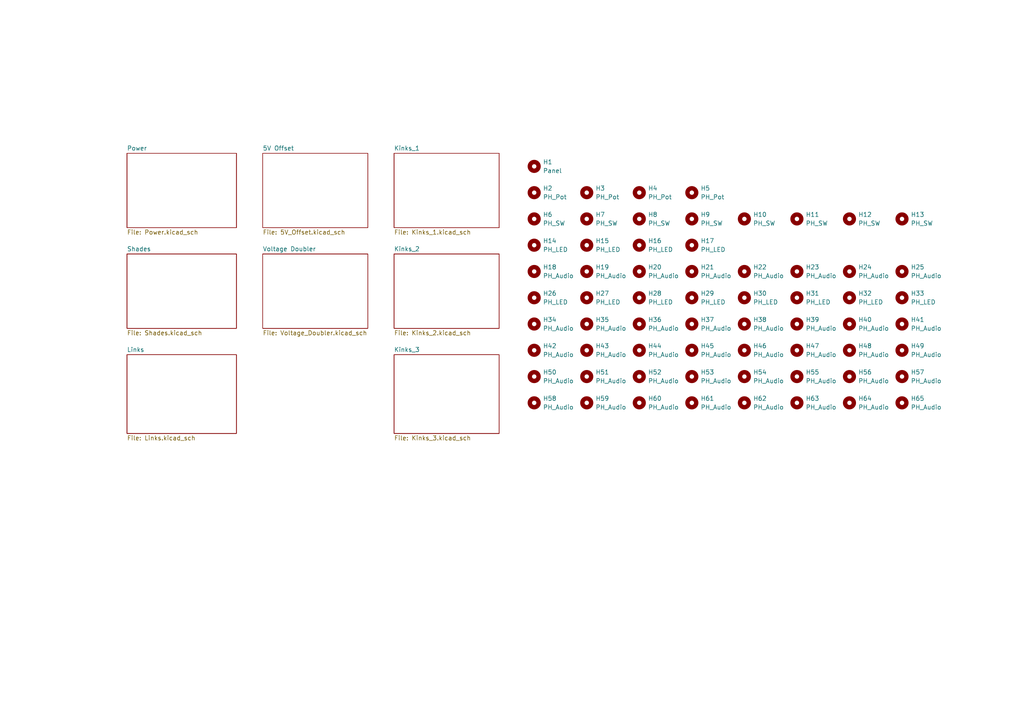
<source format=kicad_sch>
(kicad_sch (version 20231120) (generator "eeschema") (generator_version "8.0")
  (paper "A4")
  (title_block (title "Toolbox") (date "2025-03-23") (rev "1.0") (company "StudioKAT") (comment 1 "Inspired by Mutable Instruments Shades/Links/Kinks"))
  (lib_symbols
    (symbol "Mechanical:MountingHole" (pin_names (offset 1.016)) (exclude_from_sim yes) (in_bom no)
      (property "Reference" "H" (at 0 5.08 0))
      (property "Value" "MountingHole" (at 0 3.175 0))
      (symbol "MountingHole_0_1"
        (circle (center 0 0) (radius 1.27) (stroke (width 1.27)))
      )
    )
  )
  (symbol (lib_id "Mechanical:MountingHole") (at 231.14 101.6 0) (unit 1) (exclude_from_sim yes) (in_bom no)
    (property "Reference" "H47" (at 233.68 100.3299 0) (effects (justify left)))
    (property "Value" "PH_Audio" (at 233.68 102.8699 0) (effects (justify left)))
    (property "Footprint" "kat_eurorack:PH_AudioJack_3.5mm" (effects (hide yes)))
    (property "Description" "Mounting Hole without connection" (effects (hide yes)))
  )
  (symbol (lib_id "Mechanical:MountingHole") (at 170.18 55.88 0) (unit 1) (exclude_from_sim yes) (in_bom no)
    (property "Reference" "H3" (at 172.72 54.6099 0) (effects (justify left)))
    (property "Value" "PH_Pot" (at 172.72 57.1499 0) (effects (justify left)))
    (property "Footprint" "kat_eurorack:PH_RK097_15mmKnob_BI_UNI" (effects (hide yes)))
    (property "Description" "Mounting Hole without connection" (effects (hide yes)))
  )
  (symbol (lib_id "Mechanical:MountingHole") (at 200.66 109.22 0) (unit 1) (exclude_from_sim yes) (in_bom no)
    (property "Reference" "H53" (at 203.2 107.9499 0) (effects (justify left)))
    (property "Value" "PH_Audio" (at 203.2 110.4899 0) (effects (justify left)))
    (property "Footprint" "kat_eurorack:PH_AudioJack_3.5mm" (effects (hide yes)))
    (property "Description" "Mounting Hole without connection" (effects (hide yes)))
  )
  (symbol (lib_id "Mechanical:MountingHole") (at 154.94 109.22 0) (unit 1) (exclude_from_sim yes) (in_bom no)
    (property "Reference" "H50" (at 157.48 107.9499 0) (effects (justify left)))
    (property "Value" "PH_Audio" (at 157.48 110.4899 0) (effects (justify left)))
    (property "Footprint" "kat_eurorack:PH_AudioJack_3.5mm" (effects (hide yes)))
    (property "Description" "Mounting Hole without connection" (effects (hide yes)))
  )
  (symbol (lib_id "Mechanical:MountingHole") (at 200.66 63.5 0) (unit 1) (exclude_from_sim yes) (in_bom no)
    (property "Reference" "H9" (at 203.2 62.2299 0) (effects (justify left)))
    (property "Value" "PH_SW" (at 203.2 64.7699 0) (effects (justify left)))
    (property "Footprint" "kat_eurorack:PH_ToggleSwitch_5.1mm" (effects (hide yes)))
    (property "Description" "Mounting Hole without connection" (effects (hide yes)))
  )
  (symbol (lib_id "Mechanical:MountingHole") (at 215.9 109.22 0) (unit 1) (exclude_from_sim yes) (in_bom no)
    (property "Reference" "H54" (at 218.44 107.9499 0) (effects (justify left)))
    (property "Value" "PH_Audio" (at 218.44 110.4899 0) (effects (justify left)))
    (property "Footprint" "kat_eurorack:PH_AudioJack_3.5mm" (effects (hide yes)))
    (property "Description" "Mounting Hole without connection" (effects (hide yes)))
  )
  (symbol (lib_id "Mechanical:MountingHole") (at 185.42 71.12 0) (unit 1) (exclude_from_sim yes) (in_bom no)
    (property "Reference" "H16" (at 187.96 69.8499 0) (effects (justify left)))
    (property "Value" "PH_LED" (at 187.96 72.3899 0) (effects (justify left)))
    (property "Footprint" "kat_eurorack:PH_LED_3.0mm" (effects (hide yes)))
    (property "Description" "Mounting Hole without connection" (effects (hide yes)))
  )
  (symbol (lib_id "Mechanical:MountingHole") (at 170.18 93.98 0) (unit 1) (exclude_from_sim yes) (in_bom no)
    (property "Reference" "H35" (at 172.72 92.7099 0) (effects (justify left)))
    (property "Value" "PH_Audio" (at 172.72 95.2499 0) (effects (justify left)))
    (property "Footprint" "kat_eurorack:PH_AudioJack_3.5mm" (effects (hide yes)))
    (property "Description" "Mounting Hole without connection" (effects (hide yes)))
  )
  (symbol (lib_id "Mechanical:MountingHole") (at 231.14 63.5 0) (unit 1) (exclude_from_sim yes) (in_bom no)
    (property "Reference" "H11" (at 233.68 62.2299 0) (effects (justify left)))
    (property "Value" "PH_SW" (at 233.68 64.7699 0) (effects (justify left)))
    (property "Footprint" "kat_eurorack:PH_ToggleSwitch_5.1mm" (effects (hide yes)))
    (property "Description" "Mounting Hole without connection" (effects (hide yes)))
  )
  (symbol (lib_id "Mechanical:MountingHole") (at 261.62 109.22 0) (unit 1) (exclude_from_sim yes) (in_bom no)
    (property "Reference" "H57" (at 264.16 107.9499 0) (effects (justify left)))
    (property "Value" "PH_Audio" (at 264.16 110.4899 0) (effects (justify left)))
    (property "Footprint" "kat_eurorack:PH_AudioJack_3.5mm" (effects (hide yes)))
    (property "Description" "Mounting Hole without connection" (effects (hide yes)))
  )
  (symbol (lib_id "Mechanical:MountingHole") (at 170.18 71.12 0) (unit 1) (exclude_from_sim yes) (in_bom no)
    (property "Reference" "H15" (at 172.72 69.8499 0) (effects (justify left)))
    (property "Value" "PH_LED" (at 172.72 72.3899 0) (effects (justify left)))
    (property "Footprint" "kat_eurorack:PH_LED_3.0mm" (effects (hide yes)))
    (property "Description" "Mounting Hole without connection" (effects (hide yes)))
  )
  (symbol (lib_id "Mechanical:MountingHole") (at 170.18 101.6 0) (unit 1) (exclude_from_sim yes) (in_bom no)
    (property "Reference" "H43" (at 172.72 100.3299 0) (effects (justify left)))
    (property "Value" "PH_Audio" (at 172.72 102.8699 0) (effects (justify left)))
    (property "Footprint" "kat_eurorack:PH_AudioJack_3.5mm" (effects (hide yes)))
    (property "Description" "Mounting Hole without connection" (effects (hide yes)))
  )
  (symbol (lib_id "Mechanical:MountingHole") (at 185.42 78.74 0) (unit 1) (exclude_from_sim yes) (in_bom no)
    (property "Reference" "H20" (at 187.96 77.4699 0) (effects (justify left)))
    (property "Value" "PH_Audio" (at 187.96 80.0099 0) (effects (justify left)))
    (property "Footprint" "kat_eurorack:PH_AudioJack_3.5mm" (effects (hide yes)))
    (property "Description" "Mounting Hole without connection" (effects (hide yes)))
  )
  (symbol (lib_id "Mechanical:MountingHole") (at 200.66 116.84 0) (unit 1) (exclude_from_sim yes) (in_bom no)
    (property "Reference" "H61" (at 203.2 115.5699 0) (effects (justify left)))
    (property "Value" "PH_Audio" (at 203.2 118.1099 0) (effects (justify left)))
    (property "Footprint" "kat_eurorack:PH_AudioJack_3.5mm" (effects (hide yes)))
    (property "Description" "Mounting Hole without connection" (effects (hide yes)))
  )
  (symbol (lib_id "Mechanical:MountingHole") (at 185.42 93.98 0) (unit 1) (exclude_from_sim yes) (in_bom no)
    (property "Reference" "H36" (at 187.96 92.7099 0) (effects (justify left)))
    (property "Value" "PH_Audio" (at 187.96 95.2499 0) (effects (justify left)))
    (property "Footprint" "kat_eurorack:PH_AudioJack_3.5mm" (effects (hide yes)))
    (property "Description" "Mounting Hole without connection" (effects (hide yes)))
  )
  (symbol (lib_id "Mechanical:MountingHole") (at 215.9 116.84 0) (unit 1) (exclude_from_sim yes) (in_bom no)
    (property "Reference" "H62" (at 218.44 115.5699 0) (effects (justify left)))
    (property "Value" "PH_Audio" (at 218.44 118.1099 0) (effects (justify left)))
    (property "Footprint" "kat_eurorack:PH_AudioJack_3.5mm" (effects (hide yes)))
    (property "Description" "Mounting Hole without connection" (effects (hide yes)))
  )
  (symbol (lib_id "Mechanical:MountingHole") (at 231.14 93.98 0) (unit 1) (exclude_from_sim yes) (in_bom no)
    (property "Reference" "H39" (at 233.68 92.7099 0) (effects (justify left)))
    (property "Value" "PH_Audio" (at 233.68 95.2499 0) (effects (justify left)))
    (property "Footprint" "kat_eurorack:PH_AudioJack_3.5mm" (effects (hide yes)))
    (property "Description" "Mounting Hole without connection" (effects (hide yes)))
  )
  (symbol (lib_id "Mechanical:MountingHole") (at 261.62 116.84 0) (unit 1) (exclude_from_sim yes) (in_bom no)
    (property "Reference" "H65" (at 264.16 115.5699 0) (effects (justify left)))
    (property "Value" "PH_Audio" (at 264.16 118.1099 0) (effects (justify left)))
    (property "Footprint" "kat_eurorack:PH_AudioJack_3.5mm" (effects (hide yes)))
    (property "Description" "Mounting Hole without connection" (effects (hide yes)))
  )
  (symbol (lib_id "Mechanical:MountingHole") (at 261.62 63.5 0) (unit 1) (exclude_from_sim yes) (in_bom no)
    (property "Reference" "H13" (at 264.16 62.2299 0) (effects (justify left)))
    (property "Value" "PH_SW" (at 264.16 64.7699 0) (effects (justify left)))
    (property "Footprint" "kat_eurorack:PH_ToggleSwitch_5.1mm" (effects (hide yes)))
    (property "Description" "Mounting Hole without connection" (effects (hide yes)))
  )
  (symbol (lib_id "Mechanical:MountingHole") (at 231.14 109.22 0) (unit 1) (exclude_from_sim yes) (in_bom no)
    (property "Reference" "H55" (at 233.68 107.9499 0) (effects (justify left)))
    (property "Value" "PH_Audio" (at 233.68 110.4899 0) (effects (justify left)))
    (property "Footprint" "kat_eurorack:PH_AudioJack_3.5mm" (effects (hide yes)))
    (property "Description" "Mounting Hole without connection" (effects (hide yes)))
  )
  (symbol (lib_id "Mechanical:MountingHole") (at 154.94 48.26 0) (unit 1) (exclude_from_sim yes) (in_bom no)
    (property "Reference" "H1" (at 157.48 46.9899 0) (effects (justify left)))
    (property "Value" "Panel" (at 157.48 49.5299 0) (effects (justify left)))
    (property "Footprint" "kat_eurorack:Panel_16HP" (effects (hide yes)))
    (property "Description" "Mounting Hole without connection" (effects (hide yes)))
  )
  (symbol (lib_id "Mechanical:MountingHole") (at 154.94 116.84 0) (unit 1) (exclude_from_sim yes) (in_bom no)
    (property "Reference" "H58" (at 157.48 115.5699 0) (effects (justify left)))
    (property "Value" "PH_Audio" (at 157.48 118.1099 0) (effects (justify left)))
    (property "Footprint" "kat_eurorack:PH_AudioJack_3.5mm" (effects (hide yes)))
    (property "Description" "Mounting Hole without connection" (effects (hide yes)))
  )
  (symbol (lib_id "Mechanical:MountingHole") (at 170.18 78.74 0) (unit 1) (exclude_from_sim yes) (in_bom no)
    (property "Reference" "H19" (at 172.72 77.4699 0) (effects (justify left)))
    (property "Value" "PH_Audio" (at 172.72 80.0099 0) (effects (justify left)))
    (property "Footprint" "kat_eurorack:PH_AudioJack_3.5mm" (effects (hide yes)))
    (property "Description" "Mounting Hole without connection" (effects (hide yes)))
  )
  (symbol (lib_id "Mechanical:MountingHole") (at 200.66 78.74 0) (unit 1) (exclude_from_sim yes) (in_bom no)
    (property "Reference" "H21" (at 203.2 77.4699 0) (effects (justify left)))
    (property "Value" "PH_Audio" (at 203.2 80.0099 0) (effects (justify left)))
    (property "Footprint" "kat_eurorack:PH_AudioJack_3.5mm" (effects (hide yes)))
    (property "Description" "Mounting Hole without connection" (effects (hide yes)))
  )
  (symbol (lib_id "Mechanical:MountingHole") (at 154.94 55.88 0) (unit 1) (exclude_from_sim yes) (in_bom no)
    (property "Reference" "H2" (at 157.48 54.6099 0) (effects (justify left)))
    (property "Value" "PH_Pot" (at 157.48 57.1499 0) (effects (justify left)))
    (property "Footprint" "kat_eurorack:PH_RK097_15mmKnob_BI_UNI" (effects (hide yes)))
    (property "Description" "Mounting Hole without connection" (effects (hide yes)))
  )
  (symbol (lib_id "Mechanical:MountingHole") (at 154.94 71.12 0) (unit 1) (exclude_from_sim yes) (in_bom no)
    (property "Reference" "H14" (at 157.48 69.8499 0) (effects (justify left)))
    (property "Value" "PH_LED" (at 157.48 72.3899 0) (effects (justify left)))
    (property "Footprint" "kat_eurorack:PH_LED_3.0mm" (effects (hide yes)))
    (property "Description" "Mounting Hole without connection" (effects (hide yes)))
  )
  (symbol (lib_id "Mechanical:MountingHole") (at 215.9 101.6 0) (unit 1) (exclude_from_sim yes) (in_bom no)
    (property "Reference" "H46" (at 218.44 100.3299 0) (effects (justify left)))
    (property "Value" "PH_Audio" (at 218.44 102.8699 0) (effects (justify left)))
    (property "Footprint" "kat_eurorack:PH_AudioJack_3.5mm" (effects (hide yes)))
    (property "Description" "Mounting Hole without connection" (effects (hide yes)))
  )
  (symbol (lib_id "Mechanical:MountingHole") (at 246.38 93.98 0) (unit 1) (exclude_from_sim yes) (in_bom no)
    (property "Reference" "H40" (at 248.92 92.7099 0) (effects (justify left)))
    (property "Value" "PH_Audio" (at 248.92 95.2499 0) (effects (justify left)))
    (property "Footprint" "kat_eurorack:PH_AudioJack_3.5mm" (effects (hide yes)))
    (property "Description" "Mounting Hole without connection" (effects (hide yes)))
  )
  (symbol (lib_id "Mechanical:MountingHole") (at 231.14 86.36 0) (unit 1) (exclude_from_sim yes) (in_bom no)
    (property "Reference" "H31" (at 233.68 85.0899 0) (effects (justify left)))
    (property "Value" "PH_LED" (at 233.68 87.6299 0) (effects (justify left)))
    (property "Footprint" "kat_eurorack:PH_LED_3.0mm" (effects (hide yes)))
    (property "Description" "Mounting Hole without connection" (effects (hide yes)))
  )
  (symbol (lib_id "Mechanical:MountingHole") (at 261.62 93.98 0) (unit 1) (exclude_from_sim yes) (in_bom no)
    (property "Reference" "H41" (at 264.16 92.7099 0) (effects (justify left)))
    (property "Value" "PH_Audio" (at 264.16 95.2499 0) (effects (justify left)))
    (property "Footprint" "kat_eurorack:PH_AudioJack_3.5mm" (effects (hide yes)))
    (property "Description" "Mounting Hole without connection" (effects (hide yes)))
  )
  (symbol (lib_id "Mechanical:MountingHole") (at 261.62 101.6 0) (unit 1) (exclude_from_sim yes) (in_bom no)
    (property "Reference" "H49" (at 264.16 100.3299 0) (effects (justify left)))
    (property "Value" "PH_Audio" (at 264.16 102.8699 0) (effects (justify left)))
    (property "Footprint" "kat_eurorack:PH_AudioJack_3.5mm" (effects (hide yes)))
    (property "Description" "Mounting Hole without connection" (effects (hide yes)))
  )
  (symbol (lib_id "Mechanical:MountingHole") (at 215.9 93.98 0) (unit 1) (exclude_from_sim yes) (in_bom no)
    (property "Reference" "H38" (at 218.44 92.7099 0) (effects (justify left)))
    (property "Value" "PH_Audio" (at 218.44 95.2499 0) (effects (justify left)))
    (property "Footprint" "kat_eurorack:PH_AudioJack_3.5mm" (effects (hide yes)))
    (property "Description" "Mounting Hole without connection" (effects (hide yes)))
  )
  (symbol (lib_id "Mechanical:MountingHole") (at 246.38 63.5 0) (unit 1) (exclude_from_sim yes) (in_bom no)
    (property "Reference" "H12" (at 248.92 62.2299 0) (effects (justify left)))
    (property "Value" "PH_SW" (at 248.92 64.7699 0) (effects (justify left)))
    (property "Footprint" "kat_eurorack:PH_ToggleSwitch_5.1mm" (effects (hide yes)))
    (property "Description" "Mounting Hole without connection" (effects (hide yes)))
  )
  (symbol (lib_id "Mechanical:MountingHole") (at 185.42 86.36 0) (unit 1) (exclude_from_sim yes) (in_bom no)
    (property "Reference" "H28" (at 187.96 85.0899 0) (effects (justify left)))
    (property "Value" "PH_LED" (at 187.96 87.6299 0) (effects (justify left)))
    (property "Footprint" "kat_eurorack:PH_LED_3.0mm" (effects (hide yes)))
    (property "Description" "Mounting Hole without connection" (effects (hide yes)))
  )
  (symbol (lib_id "Mechanical:MountingHole") (at 215.9 78.74 0) (unit 1) (exclude_from_sim yes) (in_bom no)
    (property "Reference" "H22" (at 218.44 77.4699 0) (effects (justify left)))
    (property "Value" "PH_Audio" (at 218.44 80.0099 0) (effects (justify left)))
    (property "Footprint" "kat_eurorack:PH_AudioJack_3.5mm" (effects (hide yes)))
    (property "Description" "Mounting Hole without connection" (effects (hide yes)))
  )
  (symbol (lib_id "Mechanical:MountingHole") (at 200.66 93.98 0) (unit 1) (exclude_from_sim yes) (in_bom no)
    (property "Reference" "H37" (at 203.2 92.7099 0) (effects (justify left)))
    (property "Value" "PH_Audio" (at 203.2 95.2499 0) (effects (justify left)))
    (property "Footprint" "kat_eurorack:PH_AudioJack_3.5mm" (effects (hide yes)))
    (property "Description" "Mounting Hole without connection" (effects (hide yes)))
  )
  (symbol (lib_id "Mechanical:MountingHole") (at 246.38 109.22 0) (unit 1) (exclude_from_sim yes) (in_bom no)
    (property "Reference" "H56" (at 248.92 107.9499 0) (effects (justify left)))
    (property "Value" "PH_Audio" (at 248.92 110.4899 0) (effects (justify left)))
    (property "Footprint" "kat_eurorack:PH_AudioJack_3.5mm" (effects (hide yes)))
    (property "Description" "Mounting Hole without connection" (effects (hide yes)))
  )
  (symbol (lib_id "Mechanical:MountingHole") (at 200.66 55.88 0) (unit 1) (exclude_from_sim yes) (in_bom no)
    (property "Reference" "H5" (at 203.2 54.6099 0) (effects (justify left)))
    (property "Value" "PH_Pot" (at 203.2 57.1499 0) (effects (justify left)))
    (property "Footprint" "kat_eurorack:PH_RK097_15mmKnob_BI_UNI" (effects (hide yes)))
    (property "Description" "Mounting Hole without connection" (effects (hide yes)))
  )
  (symbol (lib_id "Mechanical:MountingHole") (at 200.66 86.36 0) (unit 1) (exclude_from_sim yes) (in_bom no)
    (property "Reference" "H29" (at 203.2 85.0899 0) (effects (justify left)))
    (property "Value" "PH_LED" (at 203.2 87.6299 0) (effects (justify left)))
    (property "Footprint" "kat_eurorack:PH_LED_3.0mm" (effects (hide yes)))
    (property "Description" "Mounting Hole without connection" (effects (hide yes)))
  )
  (symbol (lib_id "Mechanical:MountingHole") (at 154.94 63.5 0) (unit 1) (exclude_from_sim yes) (in_bom no)
    (property "Reference" "H6" (at 157.48 62.2299 0) (effects (justify left)))
    (property "Value" "PH_SW" (at 157.48 64.7699 0) (effects (justify left)))
    (property "Footprint" "kat_eurorack:PH_ToggleSwitch_5.1mm" (effects (hide yes)))
    (property "Description" "Mounting Hole without connection" (effects (hide yes)))
  )
  (symbol (lib_id "Mechanical:MountingHole") (at 170.18 86.36 0) (unit 1) (exclude_from_sim yes) (in_bom no)
    (property "Reference" "H27" (at 172.72 85.0899 0) (effects (justify left)))
    (property "Value" "PH_LED" (at 172.72 87.6299 0) (effects (justify left)))
    (property "Footprint" "kat_eurorack:PH_LED_3.0mm" (effects (hide yes)))
    (property "Description" "Mounting Hole without connection" (effects (hide yes)))
  )
  (symbol (lib_id "Mechanical:MountingHole") (at 246.38 116.84 0) (unit 1) (exclude_from_sim yes) (in_bom no)
    (property "Reference" "H64" (at 248.92 115.5699 0) (effects (justify left)))
    (property "Value" "PH_Audio" (at 248.92 118.1099 0) (effects (justify left)))
    (property "Footprint" "kat_eurorack:PH_AudioJack_3.5mm" (effects (hide yes)))
    (property "Description" "Mounting Hole without connection" (effects (hide yes)))
  )
  (symbol (lib_id "Mechanical:MountingHole") (at 231.14 78.74 0) (unit 1) (exclude_from_sim yes) (in_bom no)
    (property "Reference" "H23" (at 233.68 77.4699 0) (effects (justify left)))
    (property "Value" "PH_Audio" (at 233.68 80.0099 0) (effects (justify left)))
    (property "Footprint" "kat_eurorack:PH_AudioJack_3.5mm" (effects (hide yes)))
    (property "Description" "Mounting Hole without connection" (effects (hide yes)))
  )
  (symbol (lib_id "Mechanical:MountingHole") (at 261.62 78.74 0) (unit 1) (exclude_from_sim yes) (in_bom no)
    (property "Reference" "H25" (at 264.16 77.4699 0) (effects (justify left)))
    (property "Value" "PH_Audio" (at 264.16 80.0099 0) (effects (justify left)))
    (property "Footprint" "kat_eurorack:PH_AudioJack_3.5mm" (effects (hide yes)))
    (property "Description" "Mounting Hole without connection" (effects (hide yes)))
  )
  (symbol (lib_id "Mechanical:MountingHole") (at 215.9 86.36 0) (unit 1) (exclude_from_sim yes) (in_bom no)
    (property "Reference" "H30" (at 218.44 85.0899 0) (effects (justify left)))
    (property "Value" "PH_LED" (at 218.44 87.6299 0) (effects (justify left)))
    (property "Footprint" "kat_eurorack:PH_LED_3.0mm" (effects (hide yes)))
    (property "Description" "Mounting Hole without connection" (effects (hide yes)))
  )
  (symbol (lib_id "Mechanical:MountingHole") (at 246.38 101.6 0) (unit 1) (exclude_from_sim yes) (in_bom no)
    (property "Reference" "H48" (at 248.92 100.3299 0) (effects (justify left)))
    (property "Value" "PH_Audio" (at 248.92 102.8699 0) (effects (justify left)))
    (property "Footprint" "kat_eurorack:PH_AudioJack_3.5mm" (effects (hide yes)))
    (property "Description" "Mounting Hole without connection" (effects (hide yes)))
  )
  (symbol (lib_id "Mechanical:MountingHole") (at 154.94 78.74 0) (unit 1) (exclude_from_sim yes) (in_bom no)
    (property "Reference" "H18" (at 157.48 77.4699 0) (effects (justify left)))
    (property "Value" "PH_Audio" (at 157.48 80.0099 0) (effects (justify left)))
    (property "Footprint" "kat_eurorack:PH_AudioJack_3.5mm" (effects (hide yes)))
    (property "Description" "Mounting Hole without connection" (effects (hide yes)))
  )
  (symbol (lib_id "Mechanical:MountingHole") (at 170.18 63.5 0) (unit 1) (exclude_from_sim yes) (in_bom no)
    (property "Reference" "H7" (at 172.72 62.2299 0) (effects (justify left)))
    (property "Value" "PH_SW" (at 172.72 64.7699 0) (effects (justify left)))
    (property "Footprint" "kat_eurorack:PH_ToggleSwitch_5.1mm" (effects (hide yes)))
    (property "Description" "Mounting Hole without connection" (effects (hide yes)))
  )
  (symbol (lib_id "Mechanical:MountingHole") (at 154.94 86.36 0) (unit 1) (exclude_from_sim yes) (in_bom no)
    (property "Reference" "H26" (at 157.48 85.0899 0) (effects (justify left)))
    (property "Value" "PH_LED" (at 157.48 87.6299 0) (effects (justify left)))
    (property "Footprint" "kat_eurorack:PH_LED_3.0mm" (effects (hide yes)))
    (property "Description" "Mounting Hole without connection" (effects (hide yes)))
  )
  (symbol (lib_id "Mechanical:MountingHole") (at 246.38 86.36 0) (unit 1) (exclude_from_sim yes) (in_bom no)
    (property "Reference" "H32" (at 248.92 85.0899 0) (effects (justify left)))
    (property "Value" "PH_LED" (at 248.92 87.6299 0) (effects (justify left)))
    (property "Footprint" "kat_eurorack:PH_LED_3.0mm" (effects (hide yes)))
    (property "Description" "Mounting Hole without connection" (effects (hide yes)))
  )
  (symbol (lib_id "Mechanical:MountingHole") (at 231.14 116.84 0) (unit 1) (exclude_from_sim yes) (in_bom no)
    (property "Reference" "H63" (at 233.68 115.5699 0) (effects (justify left)))
    (property "Value" "PH_Audio" (at 233.68 118.1099 0) (effects (justify left)))
    (property "Footprint" "kat_eurorack:PH_AudioJack_3.5mm" (effects (hide yes)))
    (property "Description" "Mounting Hole without connection" (effects (hide yes)))
  )
  (symbol (lib_id "Mechanical:MountingHole") (at 170.18 109.22 0) (unit 1) (exclude_from_sim yes) (in_bom no)
    (property "Reference" "H51" (at 172.72 107.9499 0) (effects (justify left)))
    (property "Value" "PH_Audio" (at 172.72 110.4899 0) (effects (justify left)))
    (property "Footprint" "kat_eurorack:PH_AudioJack_3.5mm" (effects (hide yes)))
    (property "Description" "Mounting Hole without connection" (effects (hide yes)))
  )
  (symbol (lib_id "Mechanical:MountingHole") (at 215.9 63.5 0) (unit 1) (exclude_from_sim yes) (in_bom no)
    (property "Reference" "H10" (at 218.44 62.2299 0) (effects (justify left)))
    (property "Value" "PH_SW" (at 218.44 64.7699 0) (effects (justify left)))
    (property "Footprint" "kat_eurorack:PH_ToggleSwitch_5.1mm" (effects (hide yes)))
    (property "Description" "Mounting Hole without connection" (effects (hide yes)))
  )
  (symbol (lib_id "Mechanical:MountingHole") (at 261.62 86.36 0) (unit 1) (exclude_from_sim yes) (in_bom no)
    (property "Reference" "H33" (at 264.16 85.0899 0) (effects (justify left)))
    (property "Value" "PH_LED" (at 264.16 87.6299 0) (effects (justify left)))
    (property "Footprint" "kat_eurorack:PH_LED_3.0mm" (effects (hide yes)))
    (property "Description" "Mounting Hole without connection" (effects (hide yes)))
  )
  (symbol (lib_id "Mechanical:MountingHole") (at 200.66 71.12 0) (unit 1) (exclude_from_sim yes) (in_bom no)
    (property "Reference" "H17" (at 203.2 69.8499 0) (effects (justify left)))
    (property "Value" "PH_LED" (at 203.2 72.3899 0) (effects (justify left)))
    (property "Footprint" "kat_eurorack:PH_LED_3.0mm" (effects (hide yes)))
    (property "Description" "Mounting Hole without connection" (effects (hide yes)))
  )
  (symbol (lib_id "Mechanical:MountingHole") (at 154.94 93.98 0) (unit 1) (exclude_from_sim yes) (in_bom no)
    (property "Reference" "H34" (at 157.48 92.7099 0) (effects (justify left)))
    (property "Value" "PH_Audio" (at 157.48 95.2499 0) (effects (justify left)))
    (property "Footprint" "kat_eurorack:PH_AudioJack_3.5mm" (effects (hide yes)))
    (property "Description" "Mounting Hole without connection" (effects (hide yes)))
  )
  (symbol (lib_id "Mechanical:MountingHole") (at 185.42 101.6 0) (unit 1) (exclude_from_sim yes) (in_bom no)
    (property "Reference" "H44" (at 187.96 100.3299 0) (effects (justify left)))
    (property "Value" "PH_Audio" (at 187.96 102.8699 0) (effects (justify left)))
    (property "Footprint" "kat_eurorack:PH_AudioJack_3.5mm" (effects (hide yes)))
    (property "Description" "Mounting Hole without connection" (effects (hide yes)))
  )
  (symbol (lib_id "Mechanical:MountingHole") (at 185.42 63.5 0) (unit 1) (exclude_from_sim yes) (in_bom no)
    (property "Reference" "H8" (at 187.96 62.2299 0) (effects (justify left)))
    (property "Value" "PH_SW" (at 187.96 64.7699 0) (effects (justify left)))
    (property "Footprint" "kat_eurorack:PH_ToggleSwitch_5.1mm" (effects (hide yes)))
    (property "Description" "Mounting Hole without connection" (effects (hide yes)))
  )
  (symbol (lib_id "Mechanical:MountingHole") (at 185.42 116.84 0) (unit 1) (exclude_from_sim yes) (in_bom no)
    (property "Reference" "H60" (at 187.96 115.5699 0) (effects (justify left)))
    (property "Value" "PH_Audio" (at 187.96 118.1099 0) (effects (justify left)))
    (property "Footprint" "kat_eurorack:PH_AudioJack_3.5mm" (effects (hide yes)))
    (property "Description" "Mounting Hole without connection" (effects (hide yes)))
  )
  (symbol (lib_id "Mechanical:MountingHole") (at 170.18 116.84 0) (unit 1) (exclude_from_sim yes) (in_bom no)
    (property "Reference" "H59" (at 172.72 115.5699 0) (effects (justify left)))
    (property "Value" "PH_Audio" (at 172.72 118.1099 0) (effects (justify left)))
    (property "Footprint" "kat_eurorack:PH_AudioJack_3.5mm" (effects (hide yes)))
    (property "Description" "Mounting Hole without connection" (effects (hide yes)))
  )
  (symbol (lib_id "Mechanical:MountingHole") (at 185.42 109.22 0) (unit 1) (exclude_from_sim yes) (in_bom no)
    (property "Reference" "H52" (at 187.96 107.9499 0) (effects (justify left)))
    (property "Value" "PH_Audio" (at 187.96 110.4899 0) (effects (justify left)))
    (property "Footprint" "kat_eurorack:PH_AudioJack_3.5mm" (effects (hide yes)))
    (property "Description" "Mounting Hole without connection" (effects (hide yes)))
  )
  (symbol (lib_id "Mechanical:MountingHole") (at 246.38 78.74 0) (unit 1) (exclude_from_sim yes) (in_bom no)
    (property "Reference" "H24" (at 248.92 77.4699 0) (effects (justify left)))
    (property "Value" "PH_Audio" (at 248.92 80.0099 0) (effects (justify left)))
    (property "Footprint" "kat_eurorack:PH_AudioJack_3.5mm" (effects (hide yes)))
    (property "Description" "Mounting Hole without connection" (effects (hide yes)))
  )
  (symbol (lib_id "Mechanical:MountingHole") (at 185.42 55.88 0) (unit 1) (exclude_from_sim yes) (in_bom no)
    (property "Reference" "H4" (at 187.96 54.6099 0) (effects (justify left)))
    (property "Value" "PH_Pot" (at 187.96 57.1499 0) (effects (justify left)))
    (property "Footprint" "kat_eurorack:PH_RK097_15mmKnob_BI_UNI" (effects (hide yes)))
    (property "Description" "Mounting Hole without connection" (effects (hide yes)))
  )
  (symbol (lib_id "Mechanical:MountingHole") (at 200.66 101.6 0) (unit 1) (exclude_from_sim yes) (in_bom no)
    (property "Reference" "H45" (at 203.2 100.3299 0) (effects (justify left)))
    (property "Value" "PH_Audio" (at 203.2 102.8699 0) (effects (justify left)))
    (property "Footprint" "kat_eurorack:PH_AudioJack_3.5mm" (effects (hide yes)))
    (property "Description" "Mounting Hole without connection" (effects (hide yes)))
  )
  (symbol (lib_id "Mechanical:MountingHole") (at 154.94 101.6 0) (unit 1) (exclude_from_sim yes) (in_bom no)
    (property "Reference" "H42" (at 157.48 100.3299 0) (effects (justify left)))
    (property "Value" "PH_Audio" (at 157.48 102.8699 0) (effects (justify left)))
    (property "Footprint" "kat_eurorack:PH_AudioJack_3.5mm" (effects (hide yes)))
    (property "Description" "Mounting Hole without connection" (effects (hide yes)))
  )
  (sheet (at 36.83 73.66) (size 31.75 21.59) (stroke (width 0.1524))
    (property "Sheetname" "Shades" (at 36.83 72.9484 0) (effects (justify left bottom)))
    (property "Sheetfile" "Shades.kicad_sch" (at 36.83 95.8346 0) (effects (justify left top)))
  )
  (sheet (at 36.83 44.45) (size 31.75 21.59) (stroke (width 0.1524))
    (property "Sheetname" "Power" (at 36.83 43.7384 0) (effects (justify left bottom)))
    (property "Sheetfile" "Power.kicad_sch" (at 36.83 66.6246 0) (effects (justify left top)))
  )
  (sheet (at 114.3 102.87) (size 30.48 22.86) (stroke (width 0.1524))
    (property "Sheetname" "Kinks_3" (at 114.3 102.1584 0) (effects (justify left bottom)))
    (property "Sheetfile" "Kinks_3.kicad_sch" (at 114.3 126.3146 0) (effects (justify left top)))
  )
  (sheet (at 114.3 73.66) (size 30.48 21.59) (stroke (width 0.1524))
    (property "Sheetname" "Kinks_2" (at 114.3 72.9484 0) (effects (justify left bottom)))
    (property "Sheetfile" "Kinks_2.kicad_sch" (at 114.3 95.8346 0) (effects (justify left top)))
  )
  (sheet (at 36.83 102.87) (size 31.75 22.86) (stroke (width 0.1524))
    (property "Sheetname" "Links" (at 36.83 102.1584 0) (effects (justify left bottom)))
    (property "Sheetfile" "Links.kicad_sch" (at 36.83 126.3146 0) (effects (justify left top)))
  )
  (sheet (at 76.2 44.45) (size 30.48 21.59) (stroke (width 0.1524))
    (property "Sheetname" "5V Offset" (at 76.2 43.7384 0) (effects (justify left bottom)))
    (property "Sheetfile" "5V_Offset.kicad_sch" (at 76.2 66.6246 0) (effects (justify left top)))
  )
  (sheet (at 114.3 44.45) (size 30.48 21.59) (stroke (width 0.1524))
    (property "Sheetname" "Kinks_1" (at 114.3 43.7384 0) (effects (justify left bottom)))
    (property "Sheetfile" "Kinks_1.kicad_sch" (at 114.3 66.6246 0) (effects (justify left top)))
  )
  (sheet (at 76.2 73.66) (size 30.48 21.59) (stroke (width 0.1524))
    (property "Sheetname" "Voltage Doubler" (at 76.2 72.9484 0) (effects (justify left bottom)))
    (property "Sheetfile" "Voltage_Doubler.kicad_sch" (at 76.2 95.8346 0) (effects (justify left top)))
  )
)
</source>
